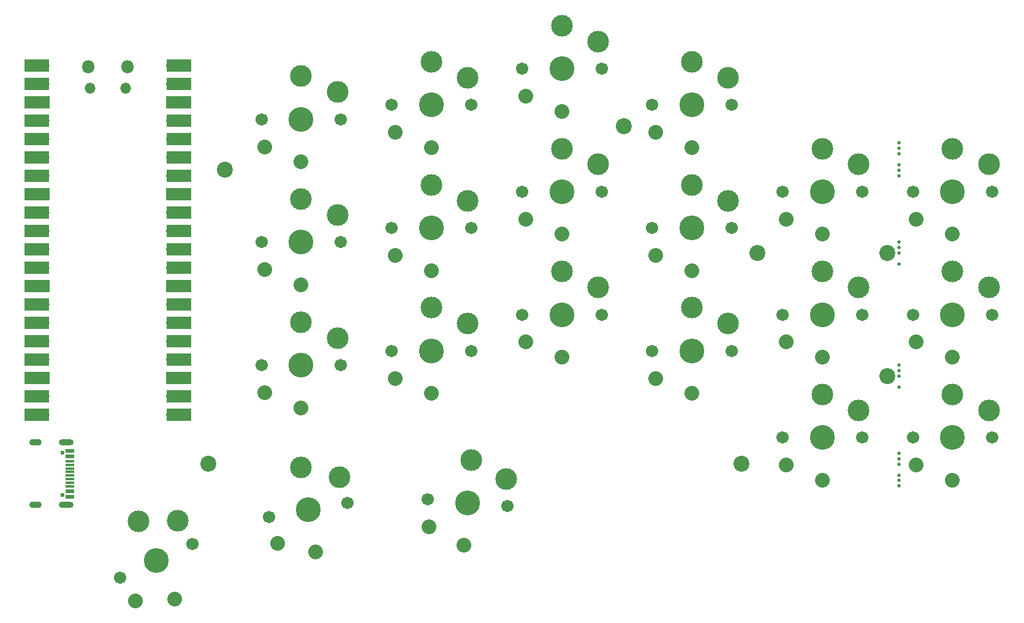
<source format=gts>
%TF.GenerationSoftware,KiCad,Pcbnew,8.0.8*%
%TF.CreationDate,2025-05-22T15:11:42+02:00*%
%TF.ProjectId,keyboard_pcb,6b657962-6f61-4726-945f-7063622e6b69,rev1.0*%
%TF.SameCoordinates,Original*%
%TF.FileFunction,Soldermask,Top*%
%TF.FilePolarity,Negative*%
%FSLAX46Y46*%
G04 Gerber Fmt 4.6, Leading zero omitted, Abs format (unit mm)*
G04 Created by KiCad (PCBNEW 8.0.8) date 2025-05-22 15:11:42*
%MOMM*%
%LPD*%
G01*
G04 APERTURE LIST*
%ADD10C,0.600000*%
%ADD11R,1.160000X0.600000*%
%ADD12R,1.160000X0.300000*%
%ADD13O,2.000000X0.900000*%
%ADD14O,1.700000X0.900000*%
%ADD15C,3.429000*%
%ADD16C,1.701800*%
%ADD17C,3.000000*%
%ADD18C,2.032000*%
%ADD19O,1.500000X1.500000*%
%ADD20O,1.800000X1.800000*%
%ADD21R,3.500000X1.700000*%
%ADD22O,1.700000X1.700000*%
%ADD23R,1.700000X1.700000*%
%ADD24C,2.200000*%
%ADD25C,0.500000*%
G04 APERTURE END LIST*
D10*
%TO.C,J2*%
X72250000Y-106110000D03*
X72250000Y-111890000D03*
D11*
X73310000Y-105800000D03*
X73310000Y-106600000D03*
D12*
X73310000Y-107750000D03*
X73310000Y-108750000D03*
X73310000Y-109250000D03*
X73310000Y-110250000D03*
D11*
X73310000Y-111400000D03*
X73310000Y-112200000D03*
X73310000Y-112200000D03*
X73310000Y-111400000D03*
D12*
X73310000Y-110750000D03*
X73310000Y-109750000D03*
X73310000Y-108250000D03*
X73310000Y-107250000D03*
D11*
X73310000Y-106600000D03*
X73310000Y-105800000D03*
D13*
X72730000Y-104680000D03*
D14*
X68560000Y-104680000D03*
D13*
X72730000Y-113320000D03*
D14*
X68560000Y-113320000D03*
%TD*%
D15*
%TO.C,K25*%
X105240000Y-94000000D03*
D16*
X110740000Y-94000000D03*
D17*
X110240000Y-90250000D03*
D16*
X99740000Y-94000000D03*
D17*
X105240000Y-88050000D03*
D18*
X105240000Y-99900000D03*
X100240000Y-97800000D03*
%TD*%
D17*
%TO.C,K24*%
X128240000Y-88250000D03*
D15*
X123240000Y-92000000D03*
D17*
X123240000Y-86050000D03*
D16*
X117740000Y-92000000D03*
X128740000Y-92000000D03*
D18*
X123240000Y-97900000D03*
X118240000Y-95800000D03*
%TD*%
D15*
%TO.C,K21*%
X177240000Y-104000000D03*
D16*
X171740000Y-104000000D03*
D17*
X177240000Y-98050000D03*
D16*
X182740000Y-104000000D03*
D17*
X182240000Y-100250000D03*
D18*
X177240000Y-109900000D03*
X172240000Y-107800000D03*
%TD*%
D16*
%TO.C,K02*%
X164740000Y-58000000D03*
D15*
X159240000Y-58000000D03*
D16*
X153740000Y-58000000D03*
D17*
X159240000Y-52050000D03*
X164240000Y-54250000D03*
D18*
X159240000Y-63900000D03*
X154240000Y-61800000D03*
%TD*%
D16*
%TO.C,K10*%
X189740000Y-87000000D03*
D17*
X195240000Y-81050000D03*
D15*
X195240000Y-87000000D03*
D17*
X200240000Y-83250000D03*
D16*
X200740000Y-87000000D03*
D18*
X195240000Y-92900000D03*
X190240000Y-90800000D03*
%TD*%
D19*
%TO.C,U2*%
X76111800Y-55738000D03*
X80961800Y-55738000D03*
D20*
X81261800Y-52708000D03*
X75811800Y-52708000D03*
D21*
X68746800Y-52578000D03*
D22*
X69646800Y-52578000D03*
X69646800Y-55118000D03*
D21*
X68746800Y-55118000D03*
D23*
X69646800Y-57658000D03*
D21*
X68746800Y-57658000D03*
X68746800Y-60198000D03*
D22*
X69646800Y-60198000D03*
D21*
X68746800Y-62738000D03*
D22*
X69646800Y-62738000D03*
X69646800Y-65278000D03*
D21*
X68746800Y-65278000D03*
X68746800Y-67818000D03*
D22*
X69646800Y-67818000D03*
D21*
X68746800Y-70358000D03*
D23*
X69646800Y-70358000D03*
D21*
X68746800Y-72898000D03*
D22*
X69646800Y-72898000D03*
D21*
X68746800Y-75438000D03*
D22*
X69646800Y-75438000D03*
X69646800Y-77978000D03*
D21*
X68746800Y-77978000D03*
D22*
X69646800Y-80518000D03*
D21*
X68746800Y-80518000D03*
X68746800Y-83058000D03*
D23*
X69646800Y-83058000D03*
D22*
X69646800Y-85598000D03*
D21*
X68746800Y-85598000D03*
X68746800Y-88138000D03*
D22*
X69646800Y-88138000D03*
D21*
X68746800Y-90678000D03*
D22*
X69646800Y-90678000D03*
D21*
X68746800Y-93218000D03*
D22*
X69646800Y-93218000D03*
D23*
X69646800Y-95758000D03*
D21*
X68746800Y-95758000D03*
X68746800Y-98298000D03*
D22*
X69646800Y-98298000D03*
X69646800Y-100838000D03*
D21*
X68746800Y-100838000D03*
D22*
X87426800Y-100838000D03*
D21*
X88326800Y-100838000D03*
D22*
X87426800Y-98298000D03*
D21*
X88326800Y-98298000D03*
X88326800Y-95758000D03*
D23*
X87426800Y-95758000D03*
D22*
X87426800Y-93218000D03*
D21*
X88326800Y-93218000D03*
X88326800Y-90678000D03*
D22*
X87426800Y-90678000D03*
X87426800Y-88138000D03*
D21*
X88326800Y-88138000D03*
X88326800Y-85598000D03*
D22*
X87426800Y-85598000D03*
D21*
X88326800Y-83058000D03*
D23*
X87426800Y-83058000D03*
D22*
X87426800Y-80518000D03*
D21*
X88326800Y-80518000D03*
D22*
X87426800Y-77978000D03*
D21*
X88326800Y-77978000D03*
D22*
X87426800Y-75438000D03*
D21*
X88326800Y-75438000D03*
D22*
X87426800Y-72898000D03*
D21*
X88326800Y-72898000D03*
X88326800Y-70358000D03*
D23*
X87426800Y-70358000D03*
D22*
X87426800Y-67818000D03*
D21*
X88326800Y-67818000D03*
X88326800Y-65278000D03*
D22*
X87426800Y-65278000D03*
D21*
X88326800Y-62738000D03*
D22*
X87426800Y-62738000D03*
X87426800Y-60198000D03*
D21*
X88326800Y-60198000D03*
X88326800Y-57658000D03*
D23*
X87426800Y-57658000D03*
D22*
X87426800Y-55118000D03*
D21*
X88326800Y-55118000D03*
D22*
X87426800Y-52578000D03*
D21*
X88326800Y-52578000D03*
%TD*%
D17*
%TO.C,K04*%
X128240000Y-54250000D03*
D15*
X123240000Y-58000000D03*
D16*
X128740000Y-58000000D03*
X117740000Y-58000000D03*
D17*
X123240000Y-52050000D03*
D18*
X123240000Y-63900000D03*
X118240000Y-61800000D03*
%TD*%
D17*
%TO.C,K12*%
X164240000Y-71250000D03*
X159240000Y-69050000D03*
D16*
X164740000Y-75000000D03*
D15*
X159240000Y-75000000D03*
D16*
X153740000Y-75000000D03*
D18*
X159240000Y-80900000D03*
X154240000Y-78800000D03*
%TD*%
D17*
%TO.C,K30*%
X133547808Y-109700049D03*
D16*
X133719071Y-113479357D03*
D17*
X128758577Y-107072642D03*
D16*
X122760929Y-112520643D03*
D15*
X128240000Y-113000000D03*
D18*
X127725781Y-118877549D03*
X122927835Y-116349761D03*
%TD*%
D17*
%TO.C,K01*%
X177240000Y-64050000D03*
D16*
X182740000Y-70000000D03*
D17*
X182240000Y-66250000D03*
D16*
X171740000Y-70000000D03*
D15*
X177240000Y-70000000D03*
D18*
X177240000Y-75900000D03*
X172240000Y-73800000D03*
%TD*%
D17*
%TO.C,K14*%
X128240000Y-71250000D03*
D15*
X123240000Y-75000000D03*
D17*
X123240000Y-69050000D03*
D16*
X128740000Y-75000000D03*
X117740000Y-75000000D03*
D18*
X123240000Y-80900000D03*
X118240000Y-78800000D03*
%TD*%
D16*
%TO.C,K23*%
X135740000Y-87000000D03*
D15*
X141240000Y-87000000D03*
D17*
X141240000Y-81050000D03*
X146240000Y-83250000D03*
D16*
X146740000Y-87000000D03*
D18*
X141240000Y-92900000D03*
X136240000Y-90800000D03*
%TD*%
D17*
%TO.C,K03*%
X146240000Y-49250000D03*
D16*
X135740000Y-53000000D03*
X146740000Y-53000000D03*
D17*
X141240000Y-47050000D03*
D15*
X141240000Y-53000000D03*
D18*
X141240000Y-58900000D03*
X136240000Y-56800000D03*
%TD*%
D17*
%TO.C,K22*%
X164240000Y-88250000D03*
D16*
X164740000Y-92000000D03*
X153740000Y-92000000D03*
D15*
X159240000Y-92000000D03*
D17*
X159240000Y-86050000D03*
D18*
X159240000Y-97900000D03*
X154240000Y-95800000D03*
%TD*%
D17*
%TO.C,K15*%
X105240000Y-71050000D03*
D15*
X105240000Y-77000000D03*
D16*
X110740000Y-77000000D03*
D17*
X110240000Y-73250000D03*
D16*
X99740000Y-77000000D03*
D18*
X105240000Y-82900000D03*
X100240000Y-80800000D03*
%TD*%
D17*
%TO.C,K32*%
X88186720Y-115488254D03*
D16*
X90224693Y-118675600D03*
D15*
X85240000Y-121000000D03*
D17*
X82725421Y-115607469D03*
D16*
X80255307Y-123324400D03*
D18*
X87733448Y-126347216D03*
X82314410Y-126557061D03*
%TD*%
D16*
%TO.C,K11*%
X182740000Y-87000000D03*
X171740000Y-87000000D03*
D17*
X177240000Y-81050000D03*
D15*
X177240000Y-87000000D03*
D17*
X182240000Y-83250000D03*
D18*
X177240000Y-92900000D03*
X172240000Y-90800000D03*
%TD*%
D15*
%TO.C,K05*%
X105240000Y-60000000D03*
D17*
X110240000Y-56250000D03*
X105240000Y-54050000D03*
D16*
X110740000Y-60000000D03*
X99740000Y-60000000D03*
D18*
X105240000Y-65900000D03*
X100240000Y-63800000D03*
%TD*%
D17*
%TO.C,K20*%
X195240000Y-98050000D03*
D15*
X195240000Y-104000000D03*
D16*
X189740000Y-104000000D03*
D17*
X200240000Y-100250000D03*
D16*
X200740000Y-104000000D03*
D18*
X195240000Y-109900000D03*
X190240000Y-107800000D03*
%TD*%
D15*
%TO.C,K13*%
X141240000Y-70000000D03*
D16*
X146740000Y-70000000D03*
D17*
X141240000Y-64050000D03*
D16*
X135740000Y-70000000D03*
D17*
X146240000Y-66250000D03*
D18*
X141240000Y-75900000D03*
X136240000Y-73800000D03*
%TD*%
D16*
%TO.C,K00*%
X200740000Y-70000000D03*
X189740000Y-70000000D03*
D17*
X195240000Y-64050000D03*
D15*
X195240000Y-70000000D03*
D17*
X200240000Y-66250000D03*
D18*
X195240000Y-75900000D03*
X190240000Y-73800000D03*
%TD*%
D15*
%TO.C,K31*%
X106240000Y-114000000D03*
D16*
X111656443Y-113044935D03*
X100823557Y-114955065D03*
D17*
X110512858Y-109438730D03*
X105206793Y-108140394D03*
D18*
X107264524Y-119810366D03*
X101975824Y-118610510D03*
%TD*%
D24*
%TO.C,H4*%
X166040000Y-107600000D03*
%TD*%
%TO.C,H2*%
X94740000Y-67000000D03*
%TD*%
%TO.C,H4*%
X186190000Y-95500000D03*
%TD*%
D25*
%TO.C,MB1*%
X187840000Y-78500000D03*
X187840000Y-77000000D03*
X187840000Y-80000000D03*
X187840000Y-77750000D03*
%TD*%
%TO.C,MB3*%
X187840000Y-106935200D03*
X187840000Y-109185200D03*
X187840000Y-107685200D03*
X187840000Y-109935200D03*
X187840000Y-106185200D03*
X187840000Y-110685200D03*
%TD*%
%TO.C,MB2*%
X187840000Y-94750000D03*
X187840000Y-97000000D03*
X187840000Y-94000000D03*
X187840000Y-95500000D03*
%TD*%
D24*
%TO.C,H4*%
X186240000Y-78500000D03*
%TD*%
%TO.C,H1*%
X149840000Y-61000000D03*
%TD*%
%TO.C,H3*%
X92440000Y-107600000D03*
%TD*%
%TO.C,H1*%
X168240000Y-78500000D03*
%TD*%
D25*
%TO.C,MB4*%
X187840000Y-67035200D03*
X187840000Y-64035200D03*
X187840000Y-64785200D03*
X187840000Y-66285200D03*
X187840000Y-67785200D03*
X187840000Y-63285200D03*
%TD*%
M02*

</source>
